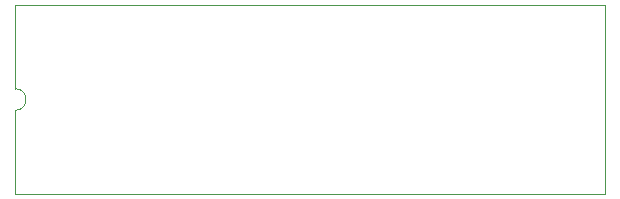
<source format=gbr>
%TF.GenerationSoftware,KiCad,Pcbnew,(5.1.6)-1*%
%TF.CreationDate,2021-05-26T00:29:26+02:00*%
%TF.ProjectId,STMega32,53544d65-6761-4333-922e-6b696361645f,rev?*%
%TF.SameCoordinates,Original*%
%TF.FileFunction,Profile,NP*%
%FSLAX46Y46*%
G04 Gerber Fmt 4.6, Leading zero omitted, Abs format (unit mm)*
G04 Created by KiCad (PCBNEW (5.1.6)-1) date 2021-05-26 00:29:26*
%MOMM*%
%LPD*%
G01*
G04 APERTURE LIST*
%TA.AperFunction,Profile*%
%ADD10C,0.050000*%
%TD*%
G04 APERTURE END LIST*
D10*
X125000000Y-108000000D02*
X125000000Y-100925000D01*
X125000000Y-100925000D02*
G75*
G03*
X125000000Y-99075000I0J925000D01*
G01*
X174950000Y-92000000D02*
X125000000Y-92000000D01*
X174950000Y-108000000D02*
X174950000Y-92000000D01*
X125000000Y-108000000D02*
X174950000Y-108000000D01*
X125000000Y-92000000D02*
X125000000Y-99075000D01*
M02*

</source>
